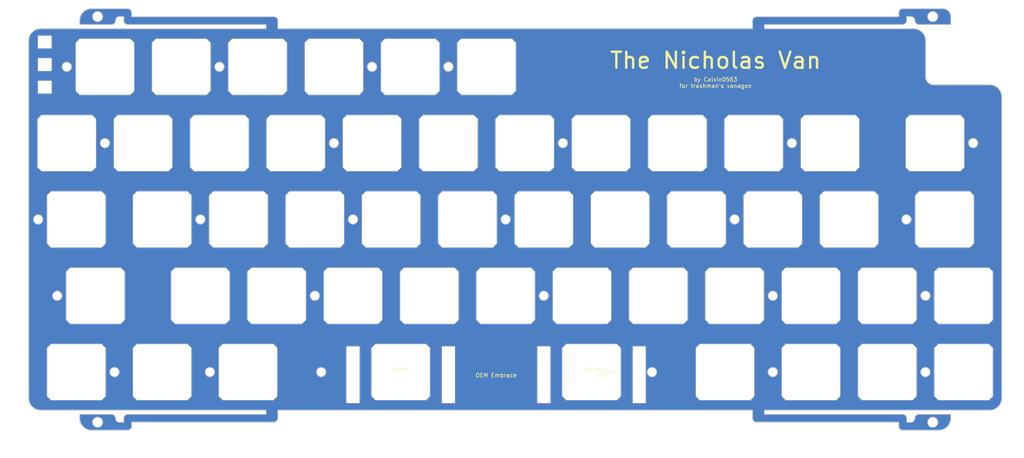
<source format=kicad_pcb>
(kicad_pcb (version 20221018) (generator pcbnew)
  (layers (0 "F.Cu" signal) (31 "B.Cu" signal) (34 "B.Paste" user) (35 "F.Paste" user) (36 "B.SilkS" user "B.Silkscreen") (37 "F.SilkS" user "F.Silkscreen") (38 "B.Mask" user) (39 "F.Mask" user) (44 "Edge.Cuts" user))
  (net 0 "")
  (net 1 "GND")
  (footprint "cipulot_parts:ecs_plate_cut_1U" (layer "F.Cu") (at 242.8875 115.8875)
    (fp_text reference "REF**")
    (fp_text value "Value " hide)
    (fp_line (start -7.3 -6) (end -7.3 6) (stroke (width 0.12)) (layer "Edge.Cuts"))
    (fp_line (start -7.3 6) (end -6.3 7) (stroke (width 0.12)) (layer "Edge.Cuts"))
    (fp_line (start -6.3 -7) (end -7.3 -6) (stroke (width 0.12)) (layer "Edge.Cuts"))
    (fp_line (start -6.3 7) (end 6.3 7) (stroke (width 0.12)) (layer "Edge.Cuts"))
    (fp_line (start 6.3 -7) (end -6.3 -7) (stroke (width 0.12)) (layer "Edge.Cuts"))
    (fp_line (start 6.3 -7) (end 7.3 -6) (stroke (width 0.12)) (layer "Edge.Cuts"))
    (fp_line (start 6.3 7) (end 7.3 6) (stroke (width 0.12)) (layer "Edge.Cuts"))
    (fp_line (start 7.3 6) (end 7.3 -6) (stroke (width 0.12)) (layer "Edge.Cuts"))
  )
  (footprint "cipulot_parts:ecs_plate_cut_1U" (layer "F.Cu") (at 45.24375 115.8875)
    (fp_text reference "REF**")
    (fp_text value "Value " hide)
    (fp_line (start -7.3 -6) (end -7.3 6) (stroke (width 0.12)) (layer "Edge.Cuts"))
    (fp_line (start -7.3 6) (end -6.3 7) (stroke (width 0.12)) (layer "Edge.Cuts"))
    (fp_line (start -6.3 -7) (end -7.3 -6) (stroke (width 0.12)) (layer "Edge.Cuts"))
    (fp_line (start -6.3 7) (end 6.3 7) (stroke (width 0.12)) (layer "Edge.Cuts"))
    (fp_line (start 6.3 -7) (end -6.3 -7) (stroke (width 0.12)) (layer "Edge.Cuts"))
    (fp_line (start 6.3 -7) (end 7.3 -6) (stroke (width 0.12)) (layer "Edge.Cuts"))
    (fp_line (start 6.3 7) (end 7.3 6) (stroke (width 0.12)) (layer "Edge.Cuts"))
    (fp_line (start 7.3 6) (end 7.3 -6) (stroke (width 0.12)) (layer "Edge.Cuts"))
  )
  (footprint "cipulot_parts:ecs_plate_cut_1U" (layer "F.Cu") (at 190.5 77.7875)
    (fp_text reference "REF**")
    (fp_text value "Value " hide)
    (fp_line (start -7.3 -6) (end -7.3 6) (stroke (width 0.12)) (layer "Edge.Cuts"))
    (fp_line (start -7.3 6) (end -6.3 7) (stroke (width 0.12)) (layer "Edge.Cuts"))
    (fp_line (start -6.3 -7) (end -7.3 -6) (stroke (width 0.12)) (layer "Edge.Cuts"))
    (fp_line (start -6.3 7) (end 6.3 7) (stroke (width 0.12)) (layer "Edge.Cuts"))
    (fp_line (start 6.3 -7) (end -6.3 -7) (stroke (width 0.12)) (layer "Edge.Cuts"))
    (fp_line (start 6.3 -7) (end 7.3 -6) (stroke (width 0.12)) (layer "Edge.Cuts"))
    (fp_line (start 6.3 7) (end 7.3 6) (stroke (width 0.12)) (layer "Edge.Cuts"))
    (fp_line (start 7.3 6) (end 7.3 -6) (stroke (width 0.12)) (layer "Edge.Cuts"))
  )
  (footprint "cipulot_parts:ecs_plate_cut_1U" (layer "F.Cu") (at 261.9375 134.9375)
    (fp_text reference "REF**")
    (fp_text value "Value " hide)
    (fp_line (start -7.3 -6) (end -7.3 6) (stroke (width 0.12)) (layer "Edge.Cuts"))
    (fp_line (start -7.3 6) (end -6.3 7) (stroke (width 0.12)) (layer "Edge.Cuts"))
    (fp_line (start -6.3 -7) (end -7.3 -6) (stroke (width 0.12)) (layer "Edge.Cuts"))
    (fp_line (start -6.3 7) (end 6.3 7) (stroke (width 0.12)) (layer "Edge.Cuts"))
    (fp_line (start 6.3 -7) (end -6.3 -7) (stroke (width 0.12)) (layer "Edge.Cuts"))
    (fp_line (start 6.3 -7) (end 7.3 -6) (stroke (width 0.12)) (layer "Edge.Cuts"))
    (fp_line (start 6.3 7) (end 7.3 6) (stroke (width 0.12)) (layer "Edge.Cuts"))
    (fp_line (start 7.3 6) (end 7.3 -6) (stroke (width 0.12)) (layer "Edge.Cuts"))
  )
  (footprint "cipulot_parts:ecs_plate_cut_1U" (layer "F.Cu") (at 123.825 58.7375)
    (fp_text reference "REF**")
    (fp_text value "Value " hide)
    (fp_line (start -7.3 -6) (end -7.3 6) (stroke (width 0.12)) (layer "Edge.Cuts"))
    (fp_line (start -7.3 6) (end -6.3 7) (stroke (width 0.12)) (layer "Edge.Cuts"))
    (fp_line (start -6.3 -7) (end -7.3 -6) (stroke (width 0.12)) (layer "Edge.Cuts"))
    (fp_line (start -6.3 7) (end 6.3 7) (stroke (width 0.12)) (layer "Edge.Cuts"))
    (fp_line (start 6.3 -7) (end -6.3 -7) (stroke (width 0.12)) (layer "Edge.Cuts"))
    (fp_line (start 6.3 -7) (end 7.3 -6) (stroke (width 0.12)) (layer "Edge.Cuts"))
    (fp_line (start 6.3 7) (end 7.3 6) (stroke (width 0.12)) (layer "Edge.Cuts"))
    (fp_line (start 7.3 6) (end 7.3 -6) (stroke (width 0.12)) (layer "Edge.Cuts"))
  )
  (footprint "cipulot_parts:ecs_plate_cut_1U" (layer "F.Cu") (at 261.9375 115.8875)
    (fp_text reference "REF**")
    (fp_text value "Value " hide)
    (fp_line (start -7.3 -6) (end -7.3 6) (stroke (width 0.12)) (layer "Edge.Cuts"))
    (fp_line (start -7.3 6) (end -6.3 7) (stroke (width 0.12)) (layer "Edge.Cuts"))
    (fp_line (start -6.3 -7) (end -7.3 -6) (stroke (width 0.12)) (layer "Edge.Cuts"))
    (fp_line (start -6.3 7) (end 6.3 7) (stroke (width 0.12)) (layer "Edge.Cuts"))
    (fp_line (start 6.3 -7) (end -6.3 -7) (stroke (width 0.12)) (layer "Edge.Cuts"))
    (fp_line (start 6.3 -7) (end 7.3 -6) (stroke (width 0.12)) (layer "Edge.Cuts"))
    (fp_line (start 6.3 7) (end 7.3 6) (stroke (width 0.12)) (layer "Edge.Cuts"))
    (fp_line (start 7.3 6) (end 7.3 -6) (stroke (width 0.12)) (layer "Edge.Cuts"))
  )
  (footprint "cipulot_parts:ecs_plate_cut_1U" (layer "F.Cu") (at 85.725 58.7375)
    (fp_text reference "REF**")
    (fp_text value "Value " hide)
    (fp_line (start -7.3 -6) (end -7.3 6) (stroke (width 0.12)) (layer "Edge.Cuts"))
    (fp_line (start -7.3 6) (end -6.3 7) (stroke (width 0.12)) (layer "Edge.Cuts"))
    (fp_line (start -6.3 -7) (end -7.3 -6) (stroke (width 0.12)) (layer "Edge.Cuts"))
    (fp_line (start -6.3 7) (end 6.3 7) (stroke (width 0.12)) (layer "Edge.Cuts"))
    (fp_line (start 6.3 -7) (end -6.3 -7) (stroke (width 0.12)) (layer "Edge.Cuts"))
    (fp_line (start 6.3 -7) (end 7.3 -6) (stroke (width 0.12)) (layer "Edge.Cuts"))
    (fp_line (start 6.3 7) (end 7.3 6) (stroke (width 0.12)) (layer "Edge.Cuts"))
    (fp_line (start 7.3 6) (end 7.3 -6) (stroke (width 0.12)) (layer "Edge.Cuts"))
  )
  (footprint "cipulot_parts:ecs_plate_cut_1U" (layer "F.Cu") (at 223.8375 115.8875)
    (fp_text reference "REF**")
    (fp_text value "Value " hide)
    (fp_line (start -7.3 -6) (end -7.3 6) (stroke (width 0.12)) (layer "Edge.Cuts"))
    (fp_line (start -7.3 6) (end -6.3 7) (stroke (width 0.12)) (layer "Edge.Cuts"))
    (fp_line (start -6.3 -7) (end -7.3 -6) (stroke (width 0.12)) (layer "Edge.Cuts"))
    (fp_line (start -6.3 7) (end 6.3 7) (stroke (width 0.12)) (layer "Edge.Cuts"))
    (fp_line (start 6.3 -7) (end -6.3 -7) (stroke (width 0.12)) (layer "Edge.Cuts"))
    (fp_line (start 6.3 -7) (end 7.3 -6) (stroke (width 0.12)) (layer "Edge.Cuts"))
    (fp_line (start 6.3 7) (end 7.3 6) (stroke (width 0.12)) (layer "Edge.Cuts"))
    (fp_line (start 7.3 6) (end 7.3 -6) (stroke (width 0.12)) (layer "Edge.Cuts"))
  )
  (footprint "cipulot_parts:costar_stab_2u" (layer "F.Cu") (at 121.44375 134.9375)
    (fp_text reference "REF**" (at 0 -0.5 unlocked) (layer "F.SilkS") (effects (font (thickness 0.1))))
    (fp_text value "costar_stab_2u")
    (fp_line (start -13.54956 -6.45005) (end -10.25055 -6.45005) (stroke (width 0.05)) (layer "Edge.Cuts"))
    (fp_line (start -13.54956 7.74925) (end -13.54956 -6.45005) (stroke (width 0.05)) (layer "Edge.Cuts"))
    (fp_line (start -10.25055 -6.45005) (end -10.25055 7.74925) (stroke (width 0.05)) (layer "Edge.Cuts"))
    (fp_line (start -10.25055 7.74925) (end -13.54956 7.74925) (stroke (width 0.05)) (layer "Edge.Cuts"))
    (fp_line (start 10.24915 -6.45005) (end 13.54955 -6.45005) (stroke (width 0.05)) (layer "Edge.Cuts"))
    (fp_line (start 10.24915 7.74925) (end 10.24915 -6.45005) (stroke (width 0.05)) (layer "Edge.Cuts"))
    (fp_line (start 13.54955 -6.45005) (end 13.54955 7.74925) (stroke (width 0.05)) (layer "Edge.Cuts"))
    (fp_line (start 13.54955 7.74925) (end 10.24915 7.74925) (stroke (width 0.05)) (layer "Edge.Cuts"))
  )
  (footprint "cipulot_parts:ecs_plate_cut_1U" (layer "F.Cu") (at 233.3625 96.8375)
    (fp_text reference "REF**")
    (fp_text value "Value " hide)
    (fp_line (start -7.3 -6) (end -7.3 6) (stroke (width 0.12)) (layer "Edge.Cuts"))
    (fp_line (start -7.3 6) (end -6.3 7) (stroke (width 0.12)) (layer "Edge.Cuts"))
    (fp_line (start -6.3 -7) (end -7.3 -6) (stroke (width 0.12)) (layer "Edge.Cuts"))
    (fp_line (start -6.3 7) (end 6.3 7) (stroke (width 0.12)) (layer "Edge.Cuts"))
    (fp_line (start 6.3 -7) (end -6.3 -7) (stroke (width 0.12)) (layer "Edge.Cuts"))
    (fp_line (start 6.3 -7) (end 7.3 -6) (stroke (width 0.12)) (layer "Edge.Cuts"))
    (fp_line (start 6.3 7) (end 7.3 6) (stroke (width 0.12)) (layer "Edge.Cuts"))
    (fp_line (start 7.3 6) (end 7.3 -6) (stroke (width 0.12)) (layer "Edge.Cuts"))
  )
  (footprint "cipulot_parts:ecs_plate_cut_1U" (layer "F.Cu") (at 61.9125 96.8375)
    (fp_text reference "REF**")
    (fp_text value "Value " hide)
    (fp_line (start -7.3 -6) (end -7.3 6) (stroke (width 0.12)) (layer "Edge.Cuts"))
    (fp_line (start -7.3 6) (end -6.3 7) (stroke (width 0.12)) (layer "Edge.Cuts"))
    (fp_line (start -6.3 -7) (end -7.3 -6) (stroke (width 0.12)) (layer "Edge.Cuts"))
    (fp_line (start -6.3 7) (end 6.3 7) (stroke (width 0.12)) (layer "Edge.Cuts"))
    (fp_line (start 6.3 -7) (end -6.3 -7) (stroke (width 0.12)) (layer "Edge.Cuts"))
    (fp_line (start 6.3 -7) (end 7.3 -6) (stroke (width 0.12)) (layer "Edge.Cuts"))
    (fp_line (start 6.3 7) (end 7.3 6) (stroke (width 0.12)) (layer "Edge.Cuts"))
    (fp_line (start 7.3 6) (end 7.3 -6) (stroke (width 0.12)) (layer "Edge.Cuts"))
  )
  (footprint "cipulot_parts:ecs_plate_cut_1U" (layer "F.Cu") (at 242.8875 134.9375)
    (fp_text reference "REF**")
    (fp_text value "Value " hide)
    (fp_line (start -7.3 -6) (end -7.3 6) (stroke (width 0.12)) (layer "Edge.Cuts"))
    (fp_line (start -7.3 6) (end -6.3 7) (stroke (width 0.12)) (layer "Edge.Cuts"))
    (fp_line (start -6.3 -7) (end -7.3 -6) (stroke (width 0.12)) (layer "Edge.Cuts"))
    (fp_line (start -6.3 7) (end 6.3 7) (stroke (width 0.12)) (layer "Edge.Cuts"))
    (fp_line (start 6.3 -7) (end -6.3 -7) (stroke (width 0.12)) (layer "Edge.Cuts"))
    (fp_line (start 6.3 -7) (end 7.3 -6) (stroke (width 0.12)) (layer "Edge.Cuts"))
    (fp_line (start 6.3 7) (end 7.3 6) (stroke (width 0.12)) (layer "Edge.Cuts"))
    (fp_line (start 7.3 6) (end 7.3 -6) (stroke (width 0.12)) (layer "Edge.Cuts"))
  )
  (footprint "cipulot_parts:ecs_plate_cut_1U" (layer "F.Cu") (at 95.25 77.7875)
    (fp_text reference "REF**")
    (fp_text value "Value " hide)
    (fp_line (start -7.3 -6) (end -7.3 6) (stroke (width 0.12)) (layer "Edge.Cuts"))
    (fp_line (start -7.3 6) (end -6.3 7) (stroke (width 0.12)) (layer "Edge.Cuts"))
    (fp_line (start -6.3 -7) (end -7.3 -6) (stroke (width 0.12)) (layer "Edge.Cuts"))
    (fp_line (start -6.3 7) (end 6.3 7) (stroke (width 0.12)) (layer "Edge.Cuts"))
    (fp_line (start 6.3 -7) (end -6.3 -7) (stroke (width 0.12)) (layer "Edge.Cuts"))
    (fp_line (start 6.3 -7) (end 7.3 -6) (stroke (width 0.12)) (layer "Edge.Cuts"))
    (fp_line (start 6.3 7) (end 7.3 6) (stroke (width 0.12)) (layer "Edge.Cuts"))
    (fp_line (start 7.3 6) (end 7.3 -6) (stroke (width 0.12)) (layer "Edge.Cuts"))
  )
  (footprint "cipulot_parts:ecs_plate_cut_1U" (layer "F.Cu") (at 169.06875 134.9375)
    (fp_text reference "REF**")
    (fp_text value "Value " hide)
    (fp_line (start -7.3 -6) (end -7.3 6) (stroke (width 0.12)) (layer "Edge.Cuts"))
    (fp_line (start -7.3 6) (end -6.3 7) (stroke (width 0.12)) (layer "Edge.Cuts"))
    (fp_line (start -6.3 -7) (end -7.3 -6) (stroke (width 0.12)) (layer "Edge.Cuts"))
    (fp_line (start -6.3 7) (end 6.3 7) (stroke (width 0.12)) (layer "Edge.Cuts"))
    (fp_line (start 6.3 -7) (end -6.3 -7) (stroke (width 0.12)) (layer "Edge.Cuts"))
    (fp_line (start 6.3 -7) (end 7.3 -6) (stroke (width 0.12)) (layer "Edge.Cuts"))
    (fp_line (start 6.3 7) (end 7.3 6) (stroke (width 0.12)) (layer "Edge.Cuts"))
    (fp_line (start 7.3 6) (end 7.3 -6) (stroke (width 0.12)) (layer "Edge.Cuts"))
  )
  (footprint "cipulot_parts:ecs_plate_cut_1U" (layer "F.Cu") (at 157.1625 96.8375)
    (fp_text reference "REF**")
    (fp_text value "Value " hide)
    (fp_line (start -7.3 -6) (end -7.3 6) (stroke (width 0.12)) (layer "Edge.Cuts"))
    (fp_line (start -7.3 6) (end -6.3 7) (stroke (width 0.12)) (layer "Edge.Cuts"))
    (fp_line (start -6.3 -7) (end -7.3 -6) (stroke (width 0.12)) (layer "Edge.Cuts"))
    (fp_line (start -6.3 7) (end 6.3 7) (stroke (width 0.12)) (layer "Edge.Cuts"))
    (fp_line (start 6.3 -7) (end -6.3 -7) (stroke (width 0.12)) (layer "Edge.Cuts"))
    (fp_line (start 6.3 -7) (end 7.3 -6) (stroke (width 0.12)) (layer "Edge.Cuts"))
    (fp_line (start 6.3 7) (end 7.3 6) (stroke (width 0.12)) (layer "Edge.Cuts"))
    (fp_line (start 7.3 6) (end 7.3 -6) (stroke (width 0.12)) (layer "Edge.Cuts"))
  )
  (footprint "cipulot_parts:ecs_plate_cut_1U" (layer "F.Cu") (at 109.5375 115.8875)
    (fp_text reference "REF**")
    (fp_text value "Value " hide)
    (fp_line (start -7.3 -6) (end -7.3 6) (stroke (width 0.12)) (layer "Edge.Cuts"))
    (fp_line (start -7.3 6) (end -6.3 7) (stroke (width 0.12)) (layer "Edge.Cuts"))
    (fp_line (start -6.3 -7) (end -7.3 -6) (stroke (width 0.12)) (layer "Edge.Cuts"))
    (fp_line (start -6.3 7) (end 6.3 7) (stroke (width 0.12)) (layer "Edge.Cuts"))
    (fp_line (start 6.3 -7) (end -6.3 -7) (stroke (width 0.12)) (layer "Edge.Cuts"))
    (fp_line (start 6.3 -7) (end 7.3 -6) (stroke (width 0.12)) (layer "Edge.Cuts"))
    (fp_line (start 6.3 7) (end 7.3 6) (stroke (width 0.12)) (layer "Edge.Cuts"))
    (fp_line (start 7.3 6) (end 7.3 -6) (stroke (width 0.12)) (layer "Edge.Cuts"))
  )
  (footprint "cipulot_parts:ecs_plate_cut_1U" (layer "F.Cu") (at 176.2125 96.8375)
    (fp_text reference "REF**")
    (fp_text value "Value " hide)
    (fp_line (start -7.3 -6) (end -7.3 6) (stroke (width 0.12)) (layer "Edge.Cuts"))
    (fp_line (start -7.3 6) (end -6.3 7) (stroke (width 0.12)) (layer "Edge.Cuts"))
    (fp_line (start -6.3 -7) (end -7.3 -6) (stroke (width 0.12)) (layer "Edge.Cuts"))
    (fp_line (start -6.3 7) (end 6.3 7) (stroke (width 0.12)) (layer "Edge.Cuts"))
    (fp_line (start 6.3 -7) (end -6.3 -7) (stroke (width 0.12)) (layer "Edge.Cuts"))
    (fp_line (start 6.3 -7) (end 7.3 -6) (stroke (width 0.12)) (layer "Edge.Cuts"))
    (fp_line (start 6.3 7) (end 7.3 6) (stroke (width 0.12)) (layer "Edge.Cuts"))
    (fp_line (start 7.3 6) (end 7.3 -6) (stroke (width 0.12)) (layer "Edge.Cuts"))
  )
  (footprint "cipulot_parts:ecs_plate_cut_1U" (layer "F.Cu") (at 76.2 77.7875)
    (fp_text reference "REF**")
    (fp_text value "Value " hide)
    (fp_line (start -7.3 -6) (end -7.3 6) (stroke (width 0.12)) (layer "Edge.Cuts"))
    (fp_line (start -7.3 6) (end -6.3 7) (stroke (width 0.12)) (layer "Edge.Cuts"))
    (fp_line (start -6.3 -7) (end -7.3 -6) (stroke (width 0.12)) (layer "Edge.Cuts"))
    (fp_line (start -6.3 7) (end 6.3 7) (stroke (width 0.12)) (layer "Edge.Cuts"))
    (fp_line (start 6.3 -7) (end -6.3 -7) (stroke (width 0.12)) (layer "Edge.Cuts"))
    (fp_line (start 6.3 -7) (end 7.3 -6) (stroke (width 0.12)) (layer "Edge.Cuts"))
    (fp_line (start 6.3 7) (end 7.3 6) (stroke (width 0.12)) (layer "Edge.Cuts"))
    (fp_line (start 7.3 6) (end 7.3 -6) (stroke (width 0.12)) (layer "Edge.Cuts"))
  )
  (footprint "cipulot_parts:ecs_plate_cut_1U" (layer "F.Cu") (at 66.675 58.7375)
    (fp_text reference "REF**")
    (fp_text value "Value " hide)
    (fp_line (start -7.3 -6) (end -7.3 6) (stroke (width 0.12)) (layer "Edge.Cuts"))
    (fp_line (start -7.3 6) (end -6.3 7) (stroke (width 0.12)) (layer "Edge.Cuts"))
    (fp_line (start -6.3 -7) (end -7.3 -6) (stroke (width 0.12)) (layer "Edge.Cuts"))
    (fp_line (start -6.3 7) (end 6.3 7) (stroke (width 0.12)) (layer "Edge.Cuts"))
    (fp_line (start 6.3 -7) (end -6.3 -7) (stroke (width 0.12)) (layer "Edge.Cuts"))
    (fp_line (start 6.3 -7) (end 7.3 -6) (stroke (width 0.12)) (layer "Edge.Cuts"))
    (fp_line (start 6.3 7) (end 7.3 6) (stroke (width 0.12)) (layer "Edge.Cuts"))
    (fp_line (start 7.3 6) (end 7.3 -6) (stroke (width 0.12)) (layer "Edge.Cuts"))
  )
  (footprint "cipulot_parts:costar_stab_2u" (layer "F.Cu") (at 169.06875 134.9375)
    (fp_text reference "REF**" (at 0 -0.5 unlocked) (layer "F.SilkS") (effects (font (thickness 0.1))))
    (fp_text value "costar_stab_2u")
    (fp_line (start -13.54956 -6.45005) (end -10.25055 -6.45005) (stroke (width 0.05)) (layer "Edge.Cuts"))
    (fp_line (start -13.54956 7.74925) (end -13.54956 -6.45005) (stroke (width 0.05)) (layer "Edge.Cuts"))
    (fp_line (start -10.25055 -6.45005) (end -10.25055 7.74925) (stroke (width 0.05)) (layer "Edge.Cuts"))
    (fp_line (start -10.25055 7.74925) (end -13.54956 7.74925) (stroke (width 0.05)) (layer "Edge.Cuts"))
    (fp_line (start 10.24915 -6.45005) (end 13.54955 -6.45005) (stroke (width 0.05)) (layer "Edge.Cuts"))
    (fp_line (start 10.24915 7.74925) (end 10.24915 -6.45005) (stroke (width 0.05)) (layer "Edge.Cuts"))
    (fp_line (start 13.54955 -6.45005) (end 13.54955 7.74925) (stroke (width 0.05)) (layer "Edge.Cuts"))
    (fp_line (start 13.54955 7.74925) (end 10.24915 7.74925) (stroke (width 0.05)) (layer "Edge.Cuts"))
  )
  (footprint "cipulot_parts:ecs_plate_cut_1U" (layer "F.Cu") (at 128.5875 115.8875)
    (fp_text reference "REF**")
    (fp_text value "Value " hide)
    (fp_line (start -7.3 -6) (end -7.3 6) (stroke (width 0.12)) (layer "Edge.Cuts"))
    (fp_line (start -7.3 6) (end -6.3 7) (stroke (width 0.12)) (layer "Edge.Cuts"))
    (fp_line (start -6.3 -7) (end -7.3 -6) (stroke (width 0.12)) (layer "Edge.Cuts"))
    (fp_line (start -6.3 7) (end 6.3 7) (stroke (width 0.12)) (layer "Edge.Cuts"))
    (fp_line (start 6.3 -7) (end -6.3 -7) (stroke (width 0.12)) (layer "Edge.Cuts"))
    (fp_line (start 6.3 -7) (end 7.3 -6) (stroke (width 0.12)) (layer "Edge.Cuts"))
    (fp_line (start 6.3 7) (end 7.3 6) (stroke (width 0.12)) (layer "Edge.Cuts"))
    (fp_line (start 7.3 6) (end 7.3 -6) (stroke (width 0.12)) (layer "Edge.Cuts"))
  )
  (footprint "cipulot_parts:ecs_plate_cut_1U" (layer "F.Cu") (at 40.48125 134.9375)
    (fp_text reference "REF**")
    (fp_text value "Value " hide)
    (fp_line (start -7.3 -6) (end -7.3 6) (stroke (width 0.12)) (layer "Edge.Cuts"))
    (fp_line (start -7.3 6) (end -6.3 7) (stroke (width 0.12)) (layer "Edge.Cuts"))
    (fp_line (start -6.3 -7) (end -7.3 -6) (stroke (width 0.12)) (layer "Edge.Cuts"))
    (fp_line (start -6.3 7) (end 6.3 7) (stroke (width 0.12)) (layer "Edge.Cuts"))
    (fp_line (start 6.3 -7) (end -6.3 -7) (stroke (width 0.12)) (layer "Edge.Cuts"))
    (fp_line (start 6.3 -7) (end 7.3 -6) (stroke (width 0.12)) (layer "Edge.Cuts"))
    (fp_line (start 6.3 7) (end 7.3 6) (stroke (width 0.12)) (layer "Edge.Cuts"))
    (fp_line (start 7.3 6) (end 7.3 -6) (stroke (width 0.12)) (layer "Edge.Cuts"))
  )
  (footprint "cipulot_parts:ecs_plate_cut_1U" (layer "F.Cu") (at 57.15 77.7875)
    (fp_text reference "REF**")
    (fp_text value "Value " hide)
    (fp_line (start -7.3 -6) (end -7.3 6) (stroke (width 0.12)) (layer "Edge.Cuts"))
    (fp_line (start -7.3 6) (end -6.3 7) (stroke (width 0.12)) (layer "Edge.Cuts"))
    (fp_line (start -6.3 -7) (end -7.3 -6) (stroke (width 0.12)) (layer "Edge.Cuts"))
    (fp_line (start -6.3 7) (end 6.3 7) (stroke (width 0.12)) (layer "Edge.Cuts"))
    (fp_line (start 6.3 -7) (end -6.3 -7) (stroke (width 0.12)) (layer "Edge.Cuts"))
    (fp_line (start 6.3 -7) (end 7.3 -6) (stroke (width 0.12)) (layer "Edge.Cuts"))
    (fp_line (start 6.3 7) (end 7.3 6) (stroke (width 0.12)) (layer "Edge.Cuts"))
    (fp_line (start 7.3 6) (end 7.3 -6) (stroke (width 0.12)) (layer "Edge.Cuts"))
  )
  (footprint "cipulot_parts:ecs_plate_cut_1U" (layer "F.Cu") (at 47.625 58.7375)
    (fp_text reference "REF**")
    (fp_text value "Value " hide)
    (fp_line (start -7.3 -6) (end -7.3 6) (stroke (width 0.12)) (layer "Edge.Cuts"))
    (fp_line (start -7.3 6) (end -6.3 7) (stroke (width 0.12)) (layer "Edge.Cuts"))
    (fp_line (start -6.3 -7) (end -7.3 -6) (stroke (width 0.12)) (layer "Edge.Cuts"))
    (fp_line (start -6.3 7) (end 6.3 7) (stroke (width 0.12)) (layer "Edge.Cuts"))
    (fp_line (start 6.3 -7) (end -6.3 -7) (stroke (width 0.12)) (layer "Edge.Cuts"))
    (fp_line (start 6.3 -7) (end 7.3 -6) (stroke (width 0.12)) (layer "Edge.Cuts"))
    (fp_line (start 6.3 7) (end 7.3 6) (stroke (width 0.12)) (layer "Edge.Cuts"))
    (fp_line (start 7.3 6) (end 7.3 -6) (stroke (width 0.12)) (layer "Edge.Cuts"))
  )
  (footprint "cipulot_parts:ecs_plate_cut_1U" (layer "F.Cu") (at 40.48125 96.8375)
    (fp_text reference "REF**")
    (fp_text value "Value " hide)
    (fp_line (start -7.3 -6) (end -7.3 6) (stroke (width 0.12)) (layer "Edge.Cuts"))
    (fp_line (start -7.3 6) (end -6.3 7) (stroke (width 0.12)) (layer "Edge.Cuts"))
    (fp_line (start -6.3 -7) (end -7.3 -6) (stroke (width 0.12)) (layer "Edge.Cuts"))
    (fp_line (start -6.3 7) (end 6.3 7) (stroke (width 0.12)) (layer "Edge.Cuts"))
    (fp_line (start 6.3 -7) (end -6.3 -7) (stroke (width 0.12)) (layer "Edge.Cuts"))
    (fp_line (start 6.3 -7) (end 7.3 -6) (stroke (width 0.12)) (layer "Edge.Cuts"))
    (fp_line (start 6.3 7) (end 7.3 6) (stroke (width 0.12)) (layer "Edge.Cuts"))
    (fp_line (start 7.3 6) (end 7.3 -6) (stroke (width 0.12)) (layer "Edge.Cuts"))
  )
  (footprint "cipulot_parts:ecs_plate_cut_1U" (layer "F.Cu") (at 171.45 77.7875)
    (fp_text reference "REF**")
    (fp_text value "Value " hide)
    (fp_line (start -7.3 -6) (end -7.3 6) (stroke (width 0.12)) (layer "Edge.Cuts"))
    (fp_line (start -7.3 6) (end -6.3 7) (stroke (width 0.12)) (layer "Edge.Cuts"))
    (fp_line (start -6.3 -7) (end -7.3 -6) (stroke (width 0.12)) (layer "Edge.Cuts"))
    (fp_line (start -6.3 7) (end 6.3 7) (stroke (width 0.12)) (layer "Edge.Cuts"))
    (fp_line (start 6.3 -7) (end -6.3 -7) (stroke (width 0.12)) (layer "Edge.Cuts"))
    (fp_line (start 6.3 -7) (end 7.3 -6) (stroke (width 0.12)) (layer "Edge.Cuts"))
    (fp_line (start 6.3 7) (end 7.3 6) (stroke (width 0.12)) (layer "Edge.Cuts"))
    (fp_line (start 7.3 6) (end 7.3 -6) (stroke (width 0.12)) (layer "Edge.Cuts"))
  )
  (footprint "cipulot_parts:ecs_plate_cut_1U" (layer "F.Cu") (at 100.0125 96.8375)
    (fp_text reference "REF**")
    (fp_text value "Value " hide)
    (fp_line (start -7.3 -6) (end -7.3 6) (stroke (width 0.12)) (layer "Edge.Cuts"))
    (fp_line (start -7.3 6) (end -6.3 7) (stroke (width 0.12)) (layer "Edge.Cuts"))
    (fp_line (start -6.3 -7) (end -7.3 -6) (stroke (width 0.12)) (layer "Edge.Cuts"))
    (fp_line (start -6.3 7) (end 6.3 7) (stroke (width 0.12)) (layer "Edge.Cuts"))
    (fp_line (start 6.3 -7) (end -6.3 -7) (stroke (width 0.12)) (layer "Edge.Cuts"))
    (fp_line (start 6.3 -7) (end 7.3 -6) (stroke (width 0.12)) (layer "Edge.Cuts"))
    (fp_line (start 6.3 7) (end 7.3 6) (stroke (width 0.12)) (layer "Edge.Cuts"))
    (fp_line (start 7.3 6) (end 7.3 -6) (stroke (width 0.12)) (layer "Edge.Cuts"))
  )
  (footprint "cipulot_parts:ecs_plate_cut_1U" (layer "F.Cu") (at 114.3 77.7875)
    (fp_text reference "REF**")
    (fp_text value "Value " hide)
    (fp_line (start -7.3 -6) (end -7.3 6) (stroke (width 0.12)) (layer "Edge.Cuts"))
    (fp_line (start -7.3 6) (end -6.3 7) (stroke (width 0.12)) (layer "Edge.Cuts"))
    (fp_line (start -6.3 -7) (end -7.3 -6) (stroke (width 0.12)) (layer "Edge.Cuts"))
    (fp_line (start -6.3 7) (end 6.3 7) (stroke (width 0.12)) (layer "Edge.Cuts"))
    (fp_line (start 6.3 -7) (end -6.3 -7) (stroke (width 0.12)) (layer "Edge.Cuts"))
    (fp_line (start 6.3 -7) (end 7.3 -6) (stroke (width 0.12)) (layer "Edge.Cuts"))
    (fp_line (start 6.3 7) (end 7.3 6) (stroke (width 0.12)) (layer "Edge.Cuts"))
    (fp_line (start 7.3 6) (end 7.3 -6) (stroke (width 0.12)) (layer "Edge.Cuts"))
  )
  (footprint "cipulot_parts:ecs_plate_cut_1U" (layer "F.Cu") (at 204.7875 115.8875)
    (fp_text reference "REF**")
    (fp_text value "Value " hide)
    (fp_line (start -7.3 -6) (end -7.3 6) (stroke (width 0.12)) (layer "Edge.Cuts"))
    (fp_line (start -7.3 6) (end -6.3 7) (stroke (width 0.12)) (layer "Edge.Cuts"))
    (fp_line (start -6.3 -7) (end -7.3 -6) (stroke (width 0.12)) (layer "Edge.Cuts"))
    (fp_line (start -6.3 7) (end 6.3 7) (stroke (width 0.12)) (layer "Edge.Cuts"))
    (fp_line (start 6.3 -7) (end -6.3 -7) (stroke (width 0.12)) (layer "Edge.Cuts"))
    (fp_line (start 6.3 -7) (end 7.3 -6) (stroke (width 0.12)) (layer "Edge.Cuts"))
    (fp_line (start 6.3 7) (end 7.3 6) (stroke (width 0.12)) (layer "Edge.Cuts"))
    (fp_line (start 7.3 6) (end 7.3 -6) (stroke (width 0.12)) (layer "Edge.Cuts"))
  )
  (footprint "cipulot_parts:ecs_plate_cut_1U" (layer "F.Cu") (at 80.9625 96.8375)
    (fp_text reference "REF**")
    (fp_text value "Value " hide)
    (fp_line (start -7.3 -6) (end -7.3 6) (stroke (width 0.12)) (layer "Edge.Cuts"))
    (fp_line (start -7.3 6) (end -6.3 7) (stroke (width 0.12)) (layer "Edge.Cuts"))
    (fp_line (start -6.3 -7) (end -7.3 -6) (stroke (width 0.12)) (layer "Edge.Cuts"))
    (fp_line (start -6.3 7) (end 6.3 7) (stroke (width 0.12)) (layer "Edge.Cuts"))
    (fp_line (start 6.3 -7) (end -6.3 -7) (stroke (width 0.12)) (layer "Edge.Cuts"))
    (fp_line (start 6.3 -7) (end 7.3 -6) (stroke (width 0.12)) (layer "Edge.Cuts"))
    (fp_line (start 6.3 7) (end 7.3 6) (stroke (width 0.12)) (layer "Edge.Cuts"))
    (fp_line (start 7.3 6) (end 7.3 -6) (stroke (width 0.12)) (layer "Edge.Cuts"))
  )
  (footprint "cipulot_parts:ecs_plate_cut_1U" (layer "F.Cu") (at 83.34375 134.9375)
    (fp_text reference "REF**")
    (fp_text value "Value " hide)
    (fp_line (start -7.3 -6) (end -7.3 6) (stroke (width 0.12)) (layer "Edge.Cuts"))
    (fp_line (start -7.3 6) (end -6.3 7) (stroke (width 0.12)) (layer "Edge.Cuts"))
    (fp_line (start -6.3 -7) (end -7.3 -6) (stroke (width 0.12)) (layer "Edge.Cuts"))
    (fp_line (start -6.3 7) (end 6.3 7) (stroke (width 0.12)) (layer "Edge.Cuts"))
    (fp_line (start 6.3 -7) (end -6.3 -7) (stroke (width 0.12)) (layer "Edge.Cuts"))
    (fp_line (start 6.3 -7) (end 7.3 -6) (stroke (width 0.12)) (layer "Edge.Cuts"))
    (fp_line (start 6.3 7) (end 7.3 6) (stroke (width 0.12)) (layer "Edge.Cuts"))
    (fp_line (start 7.3 6) (end 7.3 -6) (stroke (width 0.12)) (layer "Edge.Cuts"))
  )
  (footprint "cipulot_parts:ecs_plate_cut_1U" (layer "F.Cu") (at 214.3125 96.8375)
    (fp_text reference "REF**")
    (fp_text value "Value " hide)
    (fp_line (start -7.3 -6) (end -7.3 6) (stroke (width 0.12)) (layer "Edge.Cuts"))
    (fp_line (start -7.3 6) (end -6.3 7) (stroke (width 0.12)) (layer "Edge.Cuts"))
    (fp_line (start -6.3 -7) (end -7.3 -6) (stroke (width 0.12)) (layer "Edge.Cuts"))
    (fp_line (start -6.3 7) (end 6.3 7) (stroke (width 0.12)) (layer "Edge.Cuts"))
    (fp_line (start 6.3 -7) (end -6.3 -7) (stroke (width 0.12)) (layer "Edge.Cuts"))
    (fp_line (start 6.3 -7) (end 7.3 -6) (stroke (width 0.12)) (layer "Edge.Cuts"))
    (fp_line (start 6.3 7) (end 7.3 6) (stroke (width 0.12)) (layer "Edge.Cuts"))
    (fp_line (start 7.3 6) (end 7.3 -6) (stroke (width 0.12)) (layer "Edge.Cuts"))
  )
  (footprint "cipulot_parts:ecs_plate_cut_1U" (layer "F.Cu") (at 38.1 77.7875)
    (fp_text reference "REF**")
    (fp_text value "Value " hide)
    (fp_line (start -7.3 -6) (end -7.3 6) (stroke (width 0.12)) (layer "Edge.Cuts"))
    (fp_line (start -7.3 6) (end -6.3 7) (stroke (width 0.12)) (layer "Edge.Cuts"))
    (fp_line (start -6.3 -7) (end -7.3 -6) (stroke (width 0.12)) (layer "Edge.Cuts"))
    (fp_line (start -6.3 7) (end 6.3 7) (stroke (width 0.12)) (layer "Edge.Cuts"))
    (fp_line (start 6.3 -7) (end -6.3 -7) (stroke (width 0.12)) (layer "Edge.Cuts"))
    (fp_line (start 6.3 -7) (end 7.3 -6) (stroke (width 0.12)) (layer "Edge.Cuts"))
    (fp_line (start 6.3 7) (end 7.3 6) (stroke (width 0.12)) (layer "Edge.Cuts"))
    (fp_line (start 7.3 6) (end 7.3 -6) (stroke (width 0.12)) (layer "Edge.Cuts"))
  )
  (footprint "cipulot_parts:ecs_plate_cut_1U" (layer "F.Cu") (at 121.44375 134.9375)
    (fp_text reference "REF**")
    (fp_text value "Value " hide)
    (fp_line (start -7.3 -6) (end -7.3 6) (stroke (width 0.12)) (layer "Edge.Cuts"))
    (fp_line (start -7.3 6) (end -6.3 7) (stroke (width 0.12)) (layer "Edge.Cuts"))
    (fp_line (start -6.3 -7) (end -7.3 -6) (stroke (width 0.12)) (layer "Edge.Cuts"))
    (fp_line (start -6.3 7) (end 6.3 7) (stroke (width 0.12)) (layer "Edge.Cuts"))
    (fp_line (start 6.3 -7) (end -6.3 -7) (stroke (width 0.12)) (layer "Edge.Cuts"))
    (fp_line (start 6.3 -7) (end 7.3 -6) (stroke (width 0.12)) (layer "Edge.Cuts"))
    (fp_line (start 6.3 7) (end 7.3 6) (stroke (width 0.12)) (layer "Edge.Cuts"))
    (fp_line (start 7.3 6) (end 7.3 -6) (stroke (width 0.12)) (layer "Edge.Cuts"))
  )
  (footprint "cipulot_parts:ecs_plate_cut_1U" (layer "F.Cu") (at 138.1125 96.8375)
    (fp_text reference "REF**")
    (fp_text value "Value " hide)
    (fp_line (start -7.3 -6) (end -7.3 6) (stroke (width 0.12)) (layer "Edge.Cuts"))
    (fp_line (start -7.3 6) (end -6.3 7) (stroke (width 0.12)) (layer "Edge.Cuts"))
    (fp_line (start -6.3 -7) (end -7.3 -6) (stroke (width 0.12)) (layer "Edge.Cuts"))
    (fp_line (start -6.3 7) (end 6.3 7) (stroke (width 0.12)) (layer "Edge.Cuts"))
    (fp_line (start 6.3 -7) (end -6.3 -7) (stroke (width 0.12)) (layer "Edge.Cuts"))
    (fp_line (start 6.3 -7) (end 7.3 -6) (stroke (width 0.12)) (layer "Edge.Cuts"))
    (fp_line (start 6.3 7) (end 7.3 6) (stroke (width 0.12)) (layer "Edge.Cuts"))
    (fp_line (start 7.3 6) (end 7.3 -6) (stroke (width 0.12)) (layer "Edge.Cuts"))
  )
  (footprint "cipulot_parts:ecs_plate_cut_1U" (layer "F.Cu") (at 202.40625 134.9375)
    (fp_text reference "REF**")
    (fp_text value "Value " hide)
    (fp_line (start -7.3 -6) (end -7.3 6) (stroke (width 0.12)) (layer "Edge.Cuts"))
    (fp_line (start -7.3 6) (end -6.3 7) (stroke (width 0.12)) (layer "Edge.Cuts"))
    (fp_line (start -6.3 -7) (end -7.3 -6) (stroke (width 0.12)) (layer "Edge.Cuts"))
    (fp_line (start -6.3 7) (end 6.3 7) (stroke (width 0.12)) (layer "Edge.Cuts"))
    (fp_line (start 6.3 -7) (end -6.3 -7) (stroke (width 0.12)) (layer "Edge.Cuts"))
    (fp_line (start 6.3 -7) (end 7.3 -6) (stroke (width 0.12)) (layer "Edge.Cuts"))
    (fp_line (start 6.3 7) (end 7.3 6) (stroke (width 0.12)) (layer "Edge.Cuts"))
    (fp_line (start 7.3 6) (end 7.3 -6) (stroke (width 0.12)) (layer "Edge.Cuts"))
  )
  (footprint "cipulot_parts:ecs_plate_cut_1U" (layer "F.Cu") (at 254.79375 77.7875)
    (fp_text reference "REF**")
    (fp_text value "Value " hide)
    (fp_line (start -7.3 -6) (end -7.3 6) (stroke (width 0.12)) (layer "Edge.Cuts"))
    (fp_line (start -7.3 6) (end -6.3 7) (stroke (width 0.12)) (layer "Edge.Cuts"))
    (fp_line (start -6.3 -7) (end -7.3 -6) (stroke (width 0.12)) (layer "Edge.Cuts"))
    (fp_line (start -6.3 7) (end 6.3 7) (stroke (width 0.12)) (layer "Edge.Cuts"))
    (fp_line (start 6.3 -7) (end -6.3 -7) (stroke (width 0.12)) (layer "Edge.Cuts"))
    (fp_line (start 6.3 -7) (end 7.3 -6) (stroke (width 0.12)) (layer "Edge.Cuts"))
    (fp_line (start 6.3 7) (end 7.3 6) (stroke (width 0.12)) (layer "Edge.Cuts"))
    (fp_line (start 7.3 6) (end 7.3 -6) (stroke (width 0.12)) (layer "Edge.Cuts"))
  )
  (footprint "cipulot_parts:ecs_plate_cut_1U" (layer "F.Cu") (at 223.8375 134.9375)
    (fp_text reference "REF**")
    (fp_text value "Value " hide)
    (fp_line (start -7.3 -6) (end -7.3 6) (stroke (width 0.12)) (layer "Edge.Cuts"))
    (fp_line (start -7.3 6) (end -6.3 7) (stroke (width 0.12)) (layer "Edge.Cuts"))
    (fp_line (start -6.3 -7) (end -7.3 -6) (stroke (width 0.12)) (layer "Edge.Cuts"))
    (fp_line (start -6.3 7) (end 6.3 7) (stroke (width 0.12)) (layer "Edge.Cuts"))
    (fp_line (start 6.3 -7) (end -6.3 -7) (stroke (width 0.12)) (layer "Edge.Cuts"))
    (fp_line (start 6.3 -7) (end 7.3 -6) (stroke (width 0.12)) (layer "Edge.Cuts"))
    (fp_line (start 6.3 7) (end 7.3 6) (stroke (width 0.12)) (layer "Edge.Cuts"))
    (fp_line (start 7.3 6) (end 7.3 -6) (stroke (width 0.12)) (layer "Edge.Cuts"))
  )
  (footprint "cipulot_parts:ecs_plate_cut_1U" (layer "F.Cu") (at 209.55 77.7875)
    (fp_text reference "REF**")
    (fp_text value "Value " hide)
    (fp_line (start -7.3 -6) (end -7.3 6) (stroke (width 0.12)) (layer "Edge.Cuts"))
    (fp_line (start -7.3 6) (end -6.3 7) (stroke (width 0.12)) (layer "Edge.Cuts"))
    (fp_line (start -6.3 -7) (end -7.3 -6) (stroke (width 0.12)) (layer "Edge.Cuts"))
    (fp_line (start -6.3 7) (end 6.3 7) (stroke (width 0.12)) (layer "Edge.Cuts"))
    (fp_line (start 6.3 -7) (end -6.3 -7) (stroke (width 0.12)) (layer "Edge.Cuts"))
    (fp_line (start 6.3 -7) (end 7.3 -6) (stroke (width 0.12)) (layer "Edge.Cuts"))
    (fp_line (start 6.3 7) (end 7.3 6) (stroke (width 0.12)) (layer "Edge.Cuts"))
    (fp_line (start 7.3 6) (end 7.3 -6) (stroke (width 0.12)) (layer "Edge.Cuts"))
  )
  (footprint "cipulot_parts:ecs_plate_cut_1U" (layer "F.Cu") (at 195.2625 96.8375)
    (fp_text reference "REF**")
    (fp_text value "Value " hide)
    (fp_line (start -7.3 -6) (end -7.3 6) (stroke (width 0.12)) (layer "Edge.Cuts"))
    (fp_line (start -7.3 6) (end -6.3 7) (stroke (width 0.12)) (layer "Edge.Cuts"))
    (fp_line (start -6.3 -7) (end -7.3 -6) (stroke (width 0.12)) (layer "Edge.Cuts"))
    (fp_line (start -6.3 7) (end 6.3 7) (stroke (width 0.12)) (layer "Edge.Cuts"))
    (fp_line (start 6.3 -7) (end -6.3 -7) (stroke (width 0.12)) (layer "Edge.Cuts"))
    (fp_line (start 6.3 -7) (end 7.3 -6) (stroke (width 0.12)) (layer "Edge.Cuts"))
    (fp_line (start 6.3 7) (end 7.3 6) (stroke (width 0.12)) (layer "Edge.Cuts"))
    (fp_line (start 7.3 6) (end 7.3 -6) (stroke (width 0.12)) (layer "Edge.Cuts"))
  )
  (footprint "cipulot_parts:ecs_plate_cut_1U" (layer "F.Cu") (at 185.7375 115.8875)
    (fp_text reference "REF**")
    (fp_text value "Value " hide)
    (fp_line (start -7.3 -6) (end -7.3 6) (stroke (width 0.12)) (layer "Edge.Cuts"))
    (fp_line (start -7.3 6) (end -6.3 7) (stroke (width 0.12)) (layer "Edge.Cuts"))
    (fp_line (start -6.3 -7) (end -7.3 -6) (stroke (width 0.12)) (layer "Edge.Cuts"))
    (fp_line (start -6.3 7) (end 6.3 7) (stroke (width 0.12)) (layer "Edge.Cuts"))
    (fp_line (start 6.3 -7) (end -6.3 -7) (stroke (width 0.12)) (layer "Edge.Cuts"))
    (fp_line (start 6.3 -7) (end 7.3 -6) (stroke (width 0.12)) (layer "Edge.Cuts"))
    (fp_line (start 6.3 7) (end 7.3 6) (stroke (width 0.12)) (layer "Edge.Cuts"))
    (fp_line (start 7.3 6) (end 7.3 -6) (stroke (width 0.12)) (layer "Edge.Cuts"))
  )
  (footprint "cipulot_parts:ecs_plate_cut_1U" (layer "F.Cu") (at 61.9125 134.9375)
    (fp_text reference "REF**")
    (fp_text value "Value " hide)
    (fp_line (start -7.3 -6) (end -7.3 6) (stroke (width 0.12)) (layer "Edge.Cuts"))
    (fp_line (start -7.3 6) (end -6.3 7) (stroke (width 0.12)) (layer "Edge.Cuts"))
    (fp_line (start -6.3 -7) (end -7.3 -6) (stroke (width 0.12)) (layer "Edge.Cuts"))
    (fp_line (start -6.3 7) (end 6.3 7) (stroke (width 0.12)) (layer "Edge.Cuts"))
    (fp_line (start 6.3 -7) (end -6.3 -7) (stroke (width 0.12)) (layer "Edge.Cuts"))
    (fp_line (start 6.3 -7) (end 7.3 -6) (stroke (width 0.12)) (layer "Edge.Cuts"))
    (fp_line (start 6.3 7) (end 7.3 6) (stroke (width 0.12)) (layer "Edge.Cuts"))
    (fp_line (start 7.3 6) (end 7.3 -6) (stroke (width 0.12)) (layer "Edge.Cuts"))
  )
  (footprint "cipulot_parts:ecs_plate_cut_1U" (layer "F.Cu") (at 147.6375 115.8875)
    (fp_text reference "REF**")
    (fp_text value "Value " hide)
    (fp_line (start -7.3 -6) (end -7.3 6) (stroke (width 0.12)) (layer "Edge.Cuts"))
    (fp_line (start -7.3 6) (end -6.3 7) (stroke (width 0.12)) (layer "Edge.Cuts"))
    (fp_line (start -6.3 -7) (end -7.3 -6) (stroke (width 0.12)) (layer "Edge.Cuts"))
    (fp_line (start -6.3 7) (end 6.3 7) (stroke (width 0.12)) (layer "Edge.Cuts"))
    (fp_line (start 6.3 -7) (end -6.3 -7) (stroke (width 0.12)) (layer "Edge.Cuts"))
    (fp_line (start 6.3 -7) (end 7.3 -6) (stroke (width 0.12)) (layer "Edge.Cuts"))
    (fp_line (start 6.3 7) (end 7.3 6) (stroke (width 0.12)) (layer "Edge.Cuts"))
    (fp_line (start 7.3 6) (end 7.3 -6) (stroke (width 0.12)) (layer "Edge.Cuts"))
  )
  (footprint "cipulot_parts:ecs_plate_cut_1U" (layer "F.Cu") (at 119.0625 96.8375)
    (fp_text reference "REF**")
    (fp_text value "Value " hide)
    (fp_line (start -7.3 -6) (end -7.3 6) (stroke (width 0.12)) (layer "Edge.Cuts"))
    (fp_line (start -7.3 6) (end -6.3 7) (stroke (width 0.12)) (layer "Edge.Cuts"))
    (fp_line (start -6.3 -7) (end -7.3 -6) (stroke (width 0.12)) (layer "Edge.Cuts"))
    (fp_line (start -6.3 7) (end 6.3 7) (stroke (width 0.12)) (layer "Edge.Cuts"))
    (fp_line (start 6.3 -7) (end -6.3 -7) (stroke (width 0.12)) (layer "Edge.Cuts"))
    (fp_line (start 6.3 -7) (end 7.3 -6) (stroke (width 0.12)) (layer "Edge.Cuts"))
    (fp_line (start 6.3 7) (end 7.3 6) (stroke (width 0.12)) (layer "Edge.Cuts"))
    (fp_line (start 7.3 6) (end 7.3 -6) (stroke (width 0.12)) (layer "Edge.Cuts"))
  )
  (footprint "cipulot_parts:ecs_plate_cut_1U" (layer "F.Cu") (at 152.4 77.7875)
    (fp_text reference "REF**")
    (fp_text value "Value " hide)
    (fp_line (start -7.3 -6) (end -7.3 6) (stroke (width 0.12)) (layer "Edge.Cuts"))
    (fp_line (start -7.3 6) (end -6.3 7) (stroke (width 0.12)) (layer "Edge.Cuts"))
    (fp_line (start -6.3 -7) (end -7.3 -6) (stroke (width 0.12)) (layer "Edge.Cuts"))
    (fp_line (start -6.3 7) (end 6.3 7) (stroke (width 0.12)) (layer "Edge.Cuts"))
    (fp_line (start 6.3 -7) (end -6.3 -7) (stroke (width 0.12)) (layer "Edge.Cuts"))
    (fp_line (start 6.3 -7) (end 7.3 -6) (stroke (width 0.12)) (layer "Edge.Cuts"))
    (fp_line (start 6.3 7) (end 7.3 6) (stroke (width 0.12)) (layer "Edge.Cuts"))
    (fp_line (start 7.3 6) (end 7.3 -6) (stroke (width 0.12)) (layer "Edge.Cuts"))
  )
  (footprint "cipulot_parts:ecs_plate_cut_1U" (layer "F.Cu") (at 90.4875 115.8875)
    (fp_text reference "REF**")
    (fp_text value "Value " hide)
    (fp_line (start -7.3 -6) (end -7.3 6) (stroke (width 0.12)) (layer "Edge.Cuts"))
    (fp_line (start -7.3 6) (end -6.3 7) (stroke (width 0.12)) (layer "Edge.Cuts"))
    (fp_line (start -6.3 -7) (end -7.3 -6) (stroke (width 0.12)) (layer "Edge.Cuts"))
    (fp_line (start -6.3 7) (end 6.3 7) (stroke (width 0.12)) (layer "Edge.Cuts"))
    (fp_line (start 6.3 -7) (end -6.3 -7) (stroke (width 0.12)) (layer "Edge.Cuts"))
    (fp_line (start 6.3 -7) (end 7.3 -6) (stroke (width 0.12)) (layer "Edge.Cuts"))
    (fp_line (start 6.3 7) (end 7.3 6) (stroke (width 0.12)) (layer "Edge.Cuts"))
    (fp_line (start 7.3 6) (end 7.3 -6) (stroke (width 0.12)) (layer "Edge.Cuts"))
  )
  (footprint "cipulot_parts:ecs_plate_cut_1U" (layer "F.Cu") (at 257.175 96.8375)
    (fp_text reference "REF**")
    (fp_text value "Value " hide)
    (fp_line (start -7.3 -6) (end -7.3 6) (stroke (width 0.12)) (layer "Edge.Cuts"))
    (fp_line (start -7.3 6) (end -6.3 7) (stroke (width 0.12)) (layer "Edge.Cuts"))
    (fp_line (start -6.3 -7) (end -7.3 -6) (stroke (width 0.12)) (layer "Edge.Cuts"))
    (fp_line (start -6.3 7) (end 6.3 7) (stroke (width 0.12)) (layer "Edge.Cuts"))
    (fp_line (start 6.3 -7) (end -6.3 -7) (stroke (width 0.12)) (layer "Edge.Cuts"))
    (fp_line (start 6.3 -7) (end 7.3 -6) (stroke (width 0.12)) (layer "Edge.Cuts"))
    (fp_line (start 6.3 7) (end 7.3 6) (stroke (width 0.12)) (layer "Edge.Cuts"))
    (fp_line (start 7.3 6) (end 7.3 -6) (stroke (width 0.12)) (layer "Edge.Cuts"))
  )
  (footprint "cipulot_parts:ecs_plate_cut_1U" (layer "F.Cu") (at 166.6875 115.8875)
    (fp_text reference "REF**")
    (fp_text value "Value " hide)
    (fp_line (start -7.3 -6) (end -7.3 6) (stroke (width 0.12)) (layer "Edge.Cuts"))
    (fp_line (start -7.3 6) (end -6.3 7) (stroke (width 0.12)) (layer "Edge.Cuts"))
    (fp_line (start -6.3 -7) (end -7.3 -6) (stroke (width 0.12)) (layer "Edge.Cuts"))
    (fp_line (start -6.3 7) (end 6.3 7) (stroke (width 0.12)) (layer "Edge.Cuts"))
    (fp_line (start 6.3 -7) (end -6.3 -7) (stroke (width 0.12)) (layer "Edge.Cuts"))
    (fp_line (start 6.3 -7) (end 7.3 -6) (stroke (width 0.12)) (layer "Edge.Cuts"))
    (fp_line (start 6.3 7) (end 7.3 6) (stroke (width 0.12)) (layer "Edge.Cuts"))
    (fp_line (start 7.3 6) (end 7.3 -6) (stroke (width 0.12)) (layer "Edge.Cuts"))
  )
  (footprint "cipulot_parts:ecs_plate_cut_1U" (layer "F.Cu") (at 104.775 58.7375)
    (fp_text reference "REF**")
    (fp_text value "Value " hide)
    (fp_line (start -7.3 -6) (end -7.3 6) (stroke (width 0.12)) (layer "Edge.Cuts"))
    (fp_line (start -7.3 6) (end -6.3 7) (stroke (width 0.12)) (layer "Edge.Cuts"))
    (fp_line (start -6.3 -7) (end -7.3 -6) (stroke (width 0.12)) (layer "Edge.Cuts"))
    (fp_line (start -6.3 7) (end 6.3 7) (stroke (width 0.12)) (layer "Edge.Cuts"))
    (fp_line (start 6.3 -7) (end -6.3 -7) (stroke (width 0.12)) (layer "Edge.Cuts"))
    (fp_line (start 6.3 -7) (end 7.3 -6) (stroke (width 0.12)) (layer "Edge.Cuts"))
    (fp_line (start 6.3 7) (end 7.3 6) (stroke (width 0.12)) (layer "Edge.Cuts"))
    (fp_line (start 7.3 6) (end 7.3 -6) (stroke (width 0.12)) (layer "Edge.Cuts"))
  )
  (footprint "cipulot_parts:ecs_plate_cut_1U" (layer "F.Cu") (at 133.35 77.7875)
    (fp_text reference "REF**")
    (fp_text value "Value " hide)
    (fp_line (start -7.3 -6) (end -7.3 6) (stroke (width 0.12)) (layer "Edge.Cuts"))
    (fp_line (start -7.3 6) (end -6.3 7) (stroke (width 0.12)) (layer "Edge.Cuts"))
    (fp_line (start -6.3 -7) (end -7.3 -6) (stroke (width 0.12)) (layer "Edge.Cuts"))
    (fp_line (start -6.3 7) (end 6.3 7) (stroke (width 0.12)) (layer "Edge.Cuts"))
    (fp_line (start 6.3 -7) (end -6.3 -7) (stroke (width 0.12)) (layer "Edge.Cuts"))
    (fp_line (start 6.3 -7) (end 7.3 -6) (stroke (width 0.12)) (layer "Edge.Cuts"))
    (fp_line (start 6.3 7) (end 7.3 6) (stroke (width 0.12)) (layer "Edge.Cuts"))
    (fp_line (start 7.3 6) (end 7.3 -6) (stroke (width 0.12)) (layer "Edge.Cuts"))
  )
  (footprint "cipulot_parts:ecs_plate_cut_1U" (layer "F.Cu") (at 228.6 77.7875)
    (fp_text reference "REF**")
    (fp_text value "Value " hide)
    (fp_line (start -7.3 -6) (end -7.3 6) (stroke (width 0.12)) (layer "Edge.Cuts"))
    (fp_line (start -7.3 6) (end -6.3 7) (stroke (width 0.12)) (layer "Edge.Cuts"))
    (fp_line (start -6.3 -7) (end -7.3 -6) (stroke (width 0.12)) (layer "Edge.Cuts"))
    (fp_line (start -6.3 7) (end 6.3 7) (stroke (width 0.12)) (layer "Edge.Cuts"))
    (fp_line (start 6.3 -7) (end -6.3 -7) (stroke (width 0.12)) (layer "Edge.Cuts"))
    (fp_line (start 6.3 -7) (end 7.3 -6) (stroke (width 0.12)) (layer "Edge.Cuts"))
    (fp_line (start 6.3 7) (end 7.3 6) (stroke (width 0.12)) (layer "Edge.Cuts"))
    (fp_line (start 7.3 6) (end 7.3 -6) (stroke (width 0.12)) (layer "Edge.Cuts"))
  )
  (footprint "cipulot_parts:ecs_plate_cut_1U" (layer "F.Cu") (at 71.4375 115.8875)
    (fp_text reference "REF**")
    (fp_text value "Value " hide)
    (fp_line (start -7.3 -6) (end -7.3 6) (stroke (width 0.12)) (layer "Edge.Cuts"))
    (fp_line (start -7.3 6) (end -6.3 7) (stroke (width 0.12)) (layer "Edge.Cuts"))
    (fp_line (start -6.3 -7) (end -7.3 -6) (stroke (width 0.12)) (layer "Edge.Cuts"))
    (fp_line (start -6.3 7) (end 6.3 7) (stroke (width 0.12)) (layer "Edge.Cuts"))
    (fp_line (start 6.3 -7) (end -6.3 -7) (stroke (width 0.12)) (layer "Edge.Cuts"))
    (fp_line (start 6.3 -7) (end 7.3 -6) (stroke (width 0.12)) (layer "Edge.Cuts"))
    (fp_line (start 6.3 7) (end 7.3 6) (stroke (width 0.12)) (layer "Edge.Cuts"))
    (fp_line (start 7.3 6) (end 7.3 -6) (stroke (width 0.12)) (layer "Edge.Cuts"))
  )
  (footprint "cipulot_parts:ecs_plate_cut_1U" (layer "F.Cu") (at 142.875 58.7375)
    (fp_text reference "REF**")
    (fp_text value "Value " hide)
    (fp_line (start -7.3 -6) (end -7.3 6) (stroke (width 0.12)) (layer "Edge.Cuts"))
    (fp_line (start -7.3 6) (end -6.3 7) (stroke (width 0.12)) (layer "Edge.Cuts"))
    (fp_line (start -6.3 -7) (end -7.3 -6) (stroke (width 0.12)) (layer "Edge.Cuts"))
    (fp_line (start -6.3 7) (end 6.3 7) (stroke (width 0.12)) (layer "Edge.Cuts"))
    (fp_line (start 6.3 -7) (end -6.3 -7) (stroke (width 0.12)) (layer "Edge.Cuts"))
    (fp_line (start 6.3 -7) (end 7.3 -6) (stroke (width 0.12)) (layer "Edge.Cuts"))
    (fp_line (start 6.3 7) (end 7.3 6) (stroke (width 0.12)) (layer "Edge.Cuts"))
    (fp_line (start 7.3 6) (end 7.3 -6) (stroke (width 0.12)) (layer "Edge.Cuts"))
  )
  (gr_line (start 53.29675 44.2125) (end 44.29675 44.2125) (stroke (width 0.2)) (layer "Edge.Cuts"))
  (gr_arc (start 247.74075 47.2125) (mid 247.447857 47.919607) (end 246.74075 48.2125) (stroke (width 0.2)) (layer "Edge.Cuts"))
  (gr_arc (start 52.29675 146.4625) (mid 52.589643 145.755393) (end 53.29675 145.4625) (stroke (width 0.2)) (layer "Edge.Cuts"))
  (gr_arc (start 54.29675 148.4625) (mid 54.003857 149.169607) (end 53.29675 149.4625) (stroke (width 0.2)) (layer "Edge.Cuts"))
  (gr_line (start 209.24075 47.2125) (end 209.24075 49.2125) (stroke (width 0.2)) (layer "Edge.Cuts"))
  (gr_line (start 245.74075 147.4625) (end 245.74075 148.4625) (stroke (width 0.2)) (layer "Edge.Cuts"))
  (gr_line (start 212.24075 48.2125) (end 246.74075 48.2125) (stroke (width 0.2)) (layer "Edge.Cuts"))
  (gr_line (start 51.29675 46.2125) (end 52.29675 46.2125) (stroke (width 0.2)) (layer "Edge.Cuts"))
  (gr_circle (center 214.3125 115.8875) (end 215.4625 115.8875) (stroke (width 0.2)) (fill none) (layer "Edge.Cuts"))
  (gr_line (start 247.74075 47.2125) (end 247.74075 46.2125) (stroke (width 0.2)) (layer "Edge.Cuts"))
  (gr_arc (start 209.24075 47.2125) (mid 209.533643 46.505393) (end 210.24075 46.2125) (stroke (width 0.2)) (layer "Edge.Cuts"))
  (gr_line (start 41.29675 48.2125) (end 49.29675 48.2125) (stroke (width 0.2)) (layer "Edge.Cuts"))
  (gr_line (start 89.79675 46.2125) (end 54.29675 46.2125) (stroke (width 0.2)) (layer "Edge.Cuts"))
  (gr_line (start 90.79675 146.4625) (end 90.79675 144.4625) (stroke (width 0.2)) (layer "Edge.Cuts"))
  (gr_line (start 87.79675 48.2125) (end 87.79675 49.2125) (stroke (width 0.2)) (layer "Edge.Cuts"))
  (gr_rect (start 30.899001 50.952301) (end 34.298999 54.152701) (stroke (width 0.1)) (fill none) (layer "Edge.Cuts"))
  (gr_line (start 41.29675 145.4625) (end 41.29675 146.4625) (stroke (width 0.2)) (layer "Edge.Cuts"))
  (gr_line (start 258.74075 146.4625) (end 258.74075 145.4625) (stroke (width 0.2)) (layer "Edge.Cuts"))
  (gr_circle (center 104.775 77.7875) (end 105.925 77.7875) (stroke (width 0.2)) (fill none) (layer "Edge.Cuts"))
  (gr_line (start 28.575 52.2125) (end 28.575 141.4625) (stroke (width 0.2)) (layer "Edge.Cuts"))
  (gr_arc (start 258.74075 146.4625) (mid 257.86207 148.58382) (end 255.74075 149.4625) (stroke (width 0.2)) (layer "Edge.Cuts"))
  (gr_arc (start 90.79675 146.4625) (mid 90.503857 147.169607) (end 89.79675 147.4625) (stroke (width 0.2)) (layer "Edge.Cuts"))
  (gr_arc (start 53.29675 44.2125) (mid 54.003857 44.505393) (end 54.29675 45.2125) (stroke (width 0.2)) (layer "Edge.Cuts"))
  (gr_circle (center 30.95625 96.8375) (end 32.10625 96.8375) (stroke (width 0.2)) (fill none) (layer "Edge.Cuts"))
  (gr_line (start 212.24075 145.4625) (end 212.24075 144.4625) (stroke (width 0.2)) (layer "Edge.Cuts"))
  (gr_line (start 212.24075 144.4625) (end 268.4625 144.4625) (stroke (width 0.2)) (layer "Edge.Cuts"))
  (gr_circle (center 204.7875 96.8375) (end 205.9375 96.8375) (stroke (width 0.2)) (fill none) (layer "Edge.Cuts"))
  (gr_line (start 41.29675 47.2125) (end 41.29675 48.2125) (stroke (width 0.2)) (layer "Edge.Cuts"))
  (gr_circle (center 219.075 77.7875) (end 220.225 77.7875) (stroke (width 0.2)) (fill none) (layer "Edge.Cuts"))
  (gr_line (start 245.74075 45.2125) (end 245.74075 46.2125) (stroke (width 0.2)) (layer "Edge.Cuts"))
  (gr_line (start 258.74075 145.4625) (end 250.74075 145.4625) (stroke (width 0.2)) (layer "Edge.Cuts"))
  (gr_line (start 247.74075 147.4625) (end 247.74075 146.4625) (stroke (width 0.2)) (layer "Edge.Cuts"))
  (gr_circle (center 133.35 58.7375) (end 134.5 58.7375) (stroke (width 0.2)) (fill none) (layer "Edge.Cuts"))
  (gr_arc (start 249.74075 146.4625) (mid 250.033643 145.755393) (end 250.74075 145.4625) (stroke (width 0.2)) (layer "Edge.Cuts"))
  (gr_circle (center 50.00625 134.9375) (end 51.15625 134.9375) (stroke (width 0.2)) (fill none) (layer "Edge.Cuts"))
  (gr_line (start 246.74075 145.4625) (end 212.24075 145.4625) (stroke (width 0.2)) (layer "Edge.Cuts"))
  (gr_arc (start 271.4625 141.4625) (mid 270.58382 143.58382) (end 268.4625 144.4625) (stroke (width 0.2)) (layer "Edge.Cuts"))
  (gr_arc (start 268.4625 63.2125) (mid 270.58382 64.09118) (end 271.4625 66.2125) (stroke (width 0.2)) (layer "Edge.Cuts"))
  (gr_line (start 87.79675 145.4625) (end 53.29675 145.4625) (stroke (width 0.2)) (layer "Edge.Cuts"))
  (gr_circle (center 157.1625 115.8875) (end 158.3125 115.8875) (stroke (width 0.2)) (fill none) (layer "Edge.Cuts"))
  (gr_line (start 250.74075 48.2125) (end 258.74075 48.2125) (stroke (width 0.2)) (layer "Edge.Cuts"))
  (gr_line (start 44.29675 149.4625) (end 53.29675 149.4625) (stroke (width 0.2)) (layer "Edge.Cuts"))
  (gr_line (start 52.29675 147.4625) (end 51.29675 147.4625) (stroke (width 0.2)) (layer "Edge.Cuts"))
  (gr_circle (center 71.4375 96.8375) (end 72.5875 96.8375) (stroke (width 0.2)) (fill none) (layer "Edge.Cuts"))
  (gr_line (start 268.4625 63.2125) (end 254.4625 63.2125) (stroke (width 0.2)) (layer "Edge.Cuts"))
  (gr_line (start 249.4625 49.2125) (end 212.24075 49.2125) (stroke (width 0.2)) (layer "Edge.Cuts"))
  (gr_circle (center 114.3 58.7375) (end 115.45 58.7375) (stroke (width 0.2)) (fill none) (layer "Edge.Cuts"))
  (gr_arc (start 41.29675 47.2125) (mid 42.17543 45.09118) (end 44.29675 44.2125) (stroke (width 0.2)) (layer "Edge.Cuts"))
  (gr_circle (center 35.71875 115.8875) (end 36.86875 115.8875) (stroke (width 0.2)) (fill none) (layer "Edge.Cuts"))
  (gr_circle (center 252.4125 115.8875) (end 253.5625 115.8875) (stroke (width 0.2)) (fill none) (layer "Edge.Cuts"))
  (gr_line (start 87.79675 49.2125) (end 31.575 49.2125) (stroke (width 0.2)) (layer "Edge.Cuts"))
  (gr_arc (start 249.4625 49.2125) (mid 251.58382 50.09118) (end 252.4625 52.2125) (stroke (width 0.2)) (layer "Edge.Cuts"))
  (gr_arc (start 250.74075 48.2125) (mid 250.033643 47.919607) (end 249.74075 47.2125) (stroke (width 0.2)) (layer "Edge.Cuts"))
  (gr_line (start 245.74075 46.2125) (end 210.24075 46.2125) (stroke (width 0.2)) (layer "Edge.Cuts"))
  (gr_arc (start 31.575 144.4625) (mid 29.45368 143.58382) (end 28.575 141.4625) (stroke (width 0.2)) (layer "Edge.Cuts"))
  (gr_circle (center 109.5375 96.8375) (end 110.6875 96.8375) (stroke (width 0.2)) (fill none) (layer "Edge.Cuts"))
  (gr_circle (center 73.81875 134.9375) (end 74.96875 134.9375) (stroke (width 0.2)) (fill none) (layer "Edge.Cuts"))
  (gr_line (start 256.74075 44.2125) (end 246.74075 44.2125) (stroke (width 0.2)) (layer "Edge.Cuts"))
  (gr_arc (start 245.74075 45.2125) (mid 246.033643 44.505393) (end 246.74075 44.2125) (stroke (width 0.2)) (layer "Edge.Cuts"))
  (gr_rect (start 30.900001 62.204601) (end 34.299999 65.405001) (stroke (width 0.1)) (fill none) (layer "Edge.Cuts"))
  (gr_circle (center 45.79675 147.4625) (end 44.54675 147.4625) (stroke (width 0.2)) (fill none) (layer "Edge.Cuts"))
  (gr_circle (center 147.6375 96.8375) (end 148.7875 96.8375) (stroke (width 0.2)) (fill none) (layer "Edge.Cuts"))
  (gr_line (start 49.29675 145.4625) (end 41.29675 145.4625) (stroke (width 0.2)) (layer "Edge.Cuts"))
  (gr_line (start 54.29675 148.4625) (end 54.29675 147.4625) (stroke (width 0.2)) (layer "Edge.Cuts"))
  (gr_circle (center 252.4125 134.9375) (end 253.5625 134.9375) (stroke (width 0.2)) (fill none) (layer "Edge.Cuts"))
  (gr_line (start 53.29675 48.2125) (end 87.79675 48.2125) (stroke (width 0.2)) (layer "Edge.Cuts"))
  (gr_arc (start 28.575 52.2125) (mid 29.45368 50.09118) (end 31.575 49.2125) (stroke (width 0.2)) (layer "Edge.Cuts"))
  (gr_line (start 271.4625 141.4625) (end 271.4625 66.2125) (stroke (width 0.2)) (layer "Edge.Cuts"))
  (gr_circle (center 100.0125 115.8875) (end 101.1625 115.8875) (stroke (width 0.2)) (fill none) (layer "Edge.Cuts"))
  (gr_circle (center 214.3125 134.9375) (end 215.4625 134.9375) (stroke (width 0.2)) (fill none) (layer "Edge.Cuts"))
  (gr_line (start 212.24075 49.2125) (end 212.24075 48.2125) (stroke (width 0.2)) (layer "Edge.Cuts"))
  (gr_line (start 210.24075 147.4625) (end 245.74075 147.4625) (stroke (width 0.2)) (layer "Edge.Cuts"))
  (gr_arc (start 44.29675 149.4625) (mid 42.17543 148.58382) (end 41.29675 146.4625) (stroke (width 0.2)) (layer "Edge.Cuts"))
  (gr_arc (start 50.29675 47.2125) (mid 50.589643 46.505393) (end 51.29675 46.2125) (stroke (width 0.2)) (layer "Edge.Cuts"))
  (gr_line (start 90.79675 49.2125) (end 90.79675 47.2125) (stroke (width 0.2)) (layer "Edge.Cuts"))
  (gr_line (start 248.74075 147.4625) (end 247.74075 147.4625) (stroke (width 0.2)) (layer "Edge.Cuts"))
  (gr_line (start 87.79675 144.4625) (end 87.79675 145.4625) (stroke (width 0.2)) (layer "Edge.Cuts"))
  (gr_arc (start 49.29675 145.4625) (mid 50.003857 145.755393) (end 50.29675 146.4625) (stroke (width 0.2)) (layer "Edge.Cuts"))
  (gr_circle (center 161.925 77.7875) (end 163.075 77.7875) (stroke (width 0.2)) (fill none) (layer "Edge.Cuts"))
  (gr_line (start 246.74075 149.4625) (end 255.74075 149.4625) (stroke (width 0.2)) (layer "Edge.Cuts"))
  (gr_line (start 90.79675 144.4625) (end 209.24075 144.4625) (stroke (width 0.2)) (layer "Edge.Cuts"))
  (gr_arc (start 210.24075 147.4625) (mid 209.533643 147.169607) (end 209.24075 146.4625) (stroke (width 0.2)) (layer "Edge.Cuts"))
  (gr_circle (center 184.15 134.9375) (end 185.3 134.9375) (stroke (width 0.2)) (fill none) (layer "Edge.Cuts"))
  (gr_arc (start 256.74075 44.2125) (mid 258.154964 44.798286) (end 258.74075 46.2125) (stroke (width 0.2)) (layer "Edge.Cuts"))
  (gr_arc (start 50.29675 47.2125) (mid 50.003857 47.919607) (end 49.29675 48.2125) (stroke (width 0.2)) (layer "Edge.Cuts"))
  (gr_line (start 209.24075 49.2125) (end 90.79675 49.2125) (stroke (width 0.2)) (layer "Edge.Cuts"))
  (gr_arc (start 254.4625 63.2125) (mid 253.048286 62.626714) (end 252.4625 61.2125) (stroke (width 0.2)) (layer "Edge.Cuts"))
  (gr_arc (start 89.79675 46.2125) (mid 90.503857 46.505393) (end 90.79675 47.2125) (stroke (width 0.2)) (layer "Edge.Cuts"))
  (gr_line (start 247.74075 46.2125) (end 248.74075 46.2125) (stroke (width 0.2)) (layer "Edge.Cuts"))
  (gr_circle (center 247.65 96.8375) (end 248.8 96.8375) (stroke (width 0.2)) (fill none) (layer "Edge.Cuts"))
  (gr_line (start 52.29675 146.4625) (end 52.29675 147.4625) (stroke (width 0.2)) (layer "Edge.Cuts"))
  (gr_arc (start 246.74075 145.4625) (mid 247.447857 145.755393) (end 247.74075 146.4625) (stroke (width 0.2)) (layer "Edge.Cuts"))
  (gr_circle (center 101.6 134.9375) (end 102.75 134.9375) (stroke (width 0.2)) (fill none) (layer "Edge.Cuts"))
  (gr_circle (center 47.625 77.7875) (end 48.775 77.7875) (stroke (width 0.2)) (fill none) (layer "Edge.Cuts"))
  (gr_line (start 54.29675 147.4625) (end 89.79675 147.4625) (stroke (width 0.2)) (layer "Edge.Cuts"))
  (gr_line (start 258.74075 48.2125) (end 258.74075 46.2125) (stroke (width 0.2)) (layer "Edge.Cuts"))
  (gr_line (start 209.24075 144.4625) (end 209.24075 146.4625) (stroke (width 0.2)) (layer "Edge.Cuts"))
  (gr_circle (center 254.24075 147.4625) (end 252.99075 147.4625) (stroke (width 0.2)) (fill none) (layer "Edge.Cuts"))
  (gr_arc (start 51.29675 147.4625) (mid 50.589643 147.169607) (end 50.29675 146.4625) (stroke (width 0.2)) (layer "Edge.Cuts"))
  (gr_arc (start 53.29675 48.2125) (mid 52.589643 47.919607) (end 52.29675 47.2125) (stroke (width 0.2)) (layer "Edge.Cuts"))
  (gr_line (start 31.575 144.4625) (end 87.79675 144.4625) (stroke (width 0.2)) (layer "Edge.Cuts"))
  (gr_line (start 252.4625 61.2125) (end 252.4625 52.2125) (stroke (width 0.2)) (layer "Edge.Cuts"))
  (gr_circle (center 38.1 58.7375) (end 39.25 58.7375) (stroke (width 0.2)) (fill none) (layer "Edge.Cuts"))
  (gr_circle (center 254.24075 46.2125) (end 252.99075 46.2125) (stroke (width 0.2)) (fill none) (layer "Edge.Cuts"))
  (gr_rect (start 30.899001 56.584801) (end 34.298999 59.785201) (stroke (width 0.1)) (fill none) (layer "Edge.Cuts"))
  (gr_arc (start 249.74075 146.4625) (mid 249.447857 147.169607) (end 248.74075 147.4625) (stroke (width 0.2)) (layer "Edge.Cuts"))
  (gr_arc (start 248.74075 46.2125) (mid 249.447857 46.505393) (end 249.74075 47.2125) (stroke (width 0.2)) (layer "Edge.Cuts"))
  (gr_line (start 52.29675 46.2125) (end 52.29675 47.2125) (stroke (width 0.2)) (layer "Edge.Cuts"))
  (gr_circle (center 76.2 58.7375) (end 77.35 58.7375) (stroke (width 0.2)) (fill none) (layer "Edge.Cuts"))
  (gr_circle (center 264.31875 77.7875) (end 265.46875 77.7875) (stroke (width 0.2)) (fill none) (layer "Edge.Cuts"))
  (gr_arc (start 246.74075 149.4625) (mid 246.033643 149.169607) (end 245.74075 148.4625) (stroke (width 0.2)) (layer "Edge.Cuts"))
  (gr_circle (center 45.79675 46.2125) (end 44.54675 46.2125) (stroke (width 0.2)) (fill none) (layer "Edge.Cuts"))
  (gr_line (start 54.29675 46.2125) (end 54.29675 45.2125) (stroke (width 0.2)) (layer "Edge.Cuts"))
  (gr_text "The Nicholas Van" (at 200.025 57.15) (layer "F.SilkS") (effects (font (size 4 4) (thickness 0.6) bold)))
  (gr_text "OEM Embrace" (at 145.25625 135.73125) (layer "F.SilkS") (effects (font (size 1 1))))
  (gr_text "by Calvin0563\nfor trashman's vanagon\n" (at 200.025 62.70625) (layer "F.SilkS") (effects (font (size 1 1))))
  (gr_text "REF**" (at 173.0375 135.23125) (layer "F.SilkS") (effects (font (size 1 1) (thickness 0.1))))
  (zone (net 1) (net_name "GND") (layers "F&B.Cu") (connect_pads (clearance 0)) (min_thickness 0.025) (fill yes (thermal_gap 0.5) (thermal_bridge_width 0.5))
    (polygon (pts (xy 21.43125 42.06875) (xy 277.01875 42.06875) (xy 277.01875 155.575) (xy 21.43125 156.36875)))
  )
)
</source>
